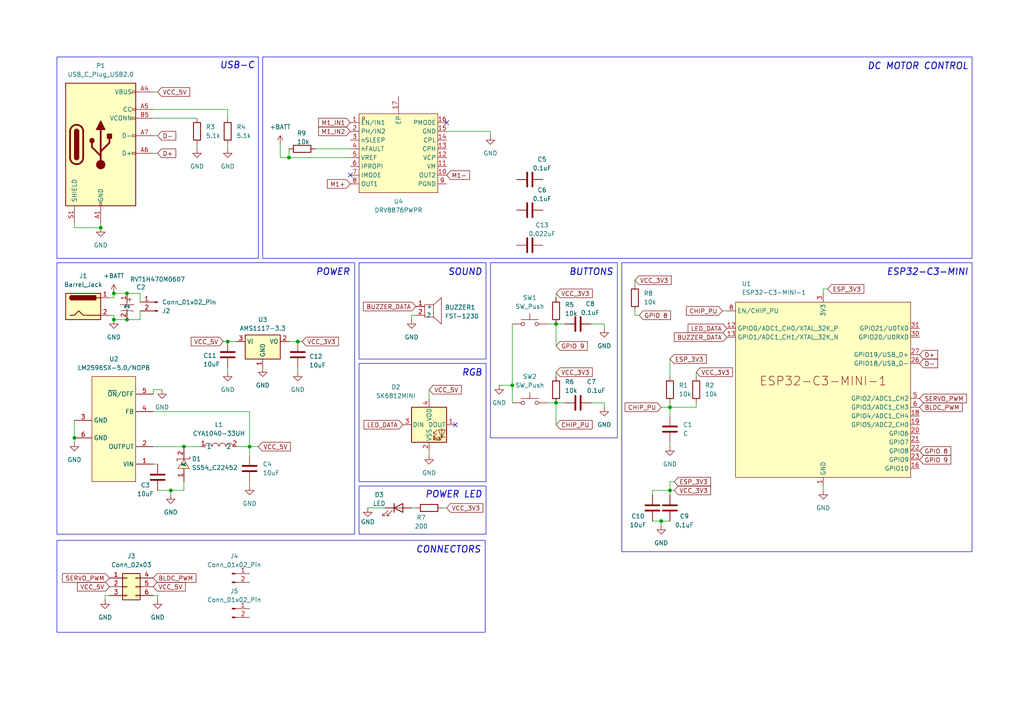
<source format=kicad_sch>
(kicad_sch (version 20250114) (generator "eeschema") (generator_version "9.0")
  (paper "A4")
  (title_block (title "CarKit") (date "2025-11-22") (rev "01") (company "Logan Peterson"))
  (lib_symbols
    (symbol "Connector:Barrel_Jack" (pin_names (offset 1.016))
      (property "Reference" "J" (at 0 5.334 0))
      (property "Value" "Barrel_Jack" (at 0 -5.08 0))
      (symbol "Barrel_Jack_0_1"
        (rectangle (start -5.08 3.81) (end 5.08 -3.81) (stroke (width 0.254)) (fill (type background)))
        (polyline (pts (xy -3.81 -2.54) (xy -2.54 -2.54) (xy -1.27 -1.27) (xy 0 -2.54) (xy 2.54 -2.54) (xy 5.08 -2.54)) (stroke (width 0.254)))
        (arc (start -3.302 1.905) (mid -3.9343 2.54) (end -3.302 3.175) (stroke (width 0.254)))
        (arc (start -3.302 1.905) (mid -3.9343 2.54) (end -3.302 3.175) (stroke (width 0.254)) (fill (type outline)))
        (rectangle (start 3.683 3.175) (end -3.302 1.905) (stroke (width 0.254)) (fill (type outline)))
        (polyline (pts (xy 5.08 2.54) (xy 3.81 2.54)) (stroke (width 0.254)))
      )
      (symbol "Barrel_Jack_1_1"
        (pin passive line (at 7.62 2.54 180) (length 2.54) (name "~") (number "1"))
        (pin passive line (at 7.62 -2.54 180) (length 2.54) (name "~") (number "2"))
      )
    )
    (symbol "Connector:Conn_01x02_Pin" (pin_names (offset 1.016) (hide yes))
      (property "Reference" "J" (at 0 2.54 0))
      (property "Value" "Conn_01x02_Pin" (at 0 -5.08 0))
      (symbol "Conn_01x02_Pin_1_1"
        (rectangle (start 0.8636 0.127) (end 0 -0.127) (stroke (width 0.1524)) (fill (type outline)))
        (rectangle (start 0.8636 -2.413) (end 0 -2.667) (stroke (width 0.1524)) (fill (type outline)))
        (polyline (pts (xy 1.27 0) (xy 0.8636 0)) (stroke (width 0.1524)))
        (polyline (pts (xy 1.27 -2.54) (xy 0.8636 -2.54)) (stroke (width 0.1524)))
        (pin passive line (at 5.08 0 180) (length 3.81) (name "Pin_1") (number "1"))
        (pin passive line (at 5.08 -2.54 180) (length 3.81) (name "Pin_2") (number "2"))
      )
    )
    (symbol "Connector:USB_C_Plug_USB2.0" (pin_names (offset 1.016))
      (property "Reference" "P" (at -10.16 19.05 0))
      (property "Value" "USB_C_Plug_USB2.0" (at 12.7 19.05 0))
      (symbol "USB_C_Plug_USB2.0_0_0"
        (rectangle (start -0.254 -17.78) (end 0.254 -16.764))
        (rectangle (start 10.16 15.494) (end 9.144 14.986))
        (rectangle (start 10.16 10.414) (end 9.144 9.906))
        (rectangle (start 10.16 7.874) (end 9.144 7.366))
        (rectangle (start 10.16 2.794) (end 9.144 2.286))
        (rectangle (start 10.16 -2.286) (end 9.144 -2.794))
      )
      (symbol "USB_C_Plug_USB2.0_0_1"
        (rectangle (start -10.16 17.78) (end 10.16 -17.78) (stroke (width 0.254)) (fill (type background)))
        (polyline (pts (xy -8.89 -3.81) (xy -8.89 3.81)) (stroke (width 0.508)))
        (rectangle (start -7.62 -3.81) (end -6.35 3.81) (stroke (width 0.254)) (fill (type outline)))
        (arc (start -7.62 3.81) (mid -6.985 4.4423) (end -6.35 3.81) (stroke (width 0.254)))
        (arc (start -7.62 3.81) (mid -6.985 4.4423) (end -6.35 3.81) (stroke (width 0.254)) (fill (type outline)))
        (arc (start -8.89 3.81) (mid -6.985 5.7067) (end -5.08 3.81) (stroke (width 0.508)))
        (arc (start -5.08 -3.81) (mid -6.985 -5.7067) (end -8.89 -3.81) (stroke (width 0.508)))
        (arc (start -6.35 -3.81) (mid -6.985 -4.4423) (end -7.62 -3.81) (stroke (width 0.254)))
        (arc (start -6.35 -3.81) (mid -6.985 -4.4423) (end -7.62 -3.81) (stroke (width 0.254)) (fill (type outline)))
        (polyline (pts (xy -5.08 3.81) (xy -5.08 -3.81)) (stroke (width 0.508)))
        (circle (center -2.54 1.143) (radius 0.635) (stroke (width 0.254)) (fill (type outline)))
        (polyline (pts (xy -1.27 4.318) (xy 0 6.858) (xy 1.27 4.318) (xy -1.27 4.318)) (stroke (width 0.254)) (fill (type outline)))
        (polyline (pts (xy 0 -2.032) (xy 2.54 0.508) (xy 2.54 1.778)) (stroke (width 0.508)))
        (polyline (pts (xy 0 -3.302) (xy -2.54 -0.762) (xy -2.54 0.508)) (stroke (width 0.508)))
        (polyline (pts (xy 0 -5.842) (xy 0 4.318)) (stroke (width 0.508)))
        (circle (center 0 -5.842) (radius 1.27) (fill (type outline)))
        (rectangle (start 1.905 1.778) (end 3.175 3.048) (stroke (width 0.254)) (fill (type outline)))
      )
      (symbol "USB_C_Plug_USB2.0_1_1"
        (pin passive line (at -7.62 -22.86 90) (length 5.08) (name "SHIELD") (number "S1"))
        (pin passive line (at 0 -22.86 90) (length 5.08) (name "GND") (number "A1"))
        (pin passive line (at 0 -22.86 90) (length 5.08) (hide yes) (name "GND") (number "A12"))
        (pin passive line (at 0 -22.86 90) (length 5.08) (hide yes) (name "GND") (number "B1"))
        (pin passive line (at 0 -22.86 90) (length 5.08) (hide yes) (name "GND") (number "B12"))
        (pin passive line (at 15.24 15.24 180) (length 5.08) (name "VBUS") (number "A4"))
        (pin passive line (at 15.24 15.24 180) (length 5.08) (hide yes) (name "VBUS") (number "A9"))
        (pin passive line (at 15.24 15.24 180) (length 5.08) (hide yes) (name "VBUS") (number "B4"))
        (pin passive line (at 15.24 15.24 180) (length 5.08) (hide yes) (name "VBUS") (number "B9"))
        (pin bidirectional line (at 15.24 10.16 180) (length 5.08) (name "CC") (number "A5"))
        (pin bidirectional line (at 15.24 7.62 180) (length 5.08) (name "VCONN") (number "B5"))
        (pin bidirectional line (at 15.24 2.54 180) (length 5.08) (name "D-") (number "A7"))
        (pin bidirectional line (at 15.24 -2.54 180) (length 5.08) (name "D+") (number "A6"))
      )
    )
    (symbol "Connector_Generic:Conn_02x03_Top_Bottom" (pin_names (offset 1.016) (hide yes))
      (property "Reference" "J" (at 1.27 5.08 0))
      (property "Value" "Conn_02x03_Top_Bottom" (at 1.27 -5.08 0))
      (symbol "Conn_02x03_Top_Bottom_1_1"
        (rectangle (start -1.27 3.81) (end 3.81 -3.81) (stroke (width 0.254)) (fill (type background)))
        (rectangle (start -1.27 2.667) (end 0 2.413) (stroke (width 0.1524)))
        (rectangle (start -1.27 0.127) (end 0 -0.127) (stroke (width 0.1524)))
        (rectangle (start -1.27 -2.413) (end 0 -2.667) (stroke (width 0.1524)))
        (rectangle (start 3.81 2.667) (end 2.54 2.413) (stroke (width 0.1524)))
        (rectangle (start 3.81 0.127) (end 2.54 -0.127) (stroke (width 0.1524)))
        (rectangle (start 3.81 -2.413) (end 2.54 -2.667) (stroke (width 0.1524)))
        (pin passive line (at -5.08 2.54 0) (length 3.81) (name "Pin_1") (number "1"))
        (pin passive line (at -5.08 0 0) (length 3.81) (name "Pin_2") (number "2"))
        (pin passive line (at -5.08 -2.54 0) (length 3.81) (name "Pin_3") (number "3"))
        (pin passive line (at 7.62 2.54 180) (length 3.81) (name "Pin_4") (number "4"))
        (pin passive line (at 7.62 0 180) (length 3.81) (name "Pin_5") (number "5"))
        (pin passive line (at 7.62 -2.54 180) (length 3.81) (name "Pin_6") (number "6"))
      )
    )
    (symbol "Device:C" (pin_numbers (hide yes)) (pin_names (offset 0.254))
      (property "Reference" "C" (at 0.635 2.54 0))
      (property "Value" "C" (at 0.635 -2.54 0))
      (symbol "C_0_1"
        (polyline (pts (xy -2.032 0.762) (xy 2.032 0.762)) (stroke (width 0.508)))
        (polyline (pts (xy -2.032 -0.762) (xy 2.032 -0.762)) (stroke (width 0.508)))
      )
      (symbol "C_1_1"
        (pin passive line (at 0 3.81 270) (length 2.794) (name "~") (number "1"))
        (pin passive line (at 0 -3.81 90) (length 2.794) (name "~") (number "2"))
      )
    )
    (symbol "Device:LED" (pin_numbers (hide yes)) (pin_names (offset 1.016) (hide yes))
      (property "Reference" "D" (at 0 2.54 0))
      (property "Value" "LED" (at 0 -2.54 0))
      (symbol "LED_0_1"
        (polyline (pts (xy -3.048 -0.762) (xy -4.572 -2.286) (xy -3.81 -2.286) (xy -4.572 -2.286) (xy -4.572 -1.524)))
        (polyline (pts (xy -1.778 -0.762) (xy -3.302 -2.286) (xy -2.54 -2.286) (xy -3.302 -2.286) (xy -3.302 -1.524)))
        (polyline (pts (xy -1.27 0) (xy 1.27 0)))
        (polyline (pts (xy -1.27 -1.27) (xy -1.27 1.27)) (stroke (width 0.254)))
        (polyline (pts (xy 1.27 -1.27) (xy 1.27 1.27) (xy -1.27 0) (xy 1.27 -1.27)) (stroke (width 0.254)))
      )
      (symbol "LED_1_1"
        (pin passive line (at -3.81 0 0) (length 2.54) (name "K") (number "1"))
        (pin passive line (at 3.81 0 180) (length 2.54) (name "A") (number "2"))
      )
    )
    (symbol "Device:R" (pin_numbers (hide yes)) (pin_names (offset 0))
      (property "Reference" "R" (at 2.032 0 90))
      (property "Value" "R" (at 0 0 90))
      (symbol "R_0_1"
        (rectangle (start -1.016 -2.54) (end 1.016 2.54) (stroke (width 0.254)))
      )
      (symbol "R_1_1"
        (pin passive line (at 0 3.81 270) (length 1.27) (name "~") (number "1"))
        (pin passive line (at 0 -3.81 90) (length 1.27) (name "~") (number "2"))
      )
    )
    (symbol "LED:SK6812MINI" (pin_names (offset 0.254))
      (property "Reference" "D" (at 5.08 5.715 0))
      (property "Value" "SK6812MINI" (at 1.27 -5.715 0))
      (symbol "SK6812MINI_0_0"
        (text "RGB" (at 2.286 -4.191 0) (effects (font (size 0.762 0.762))))
      )
      (symbol "SK6812MINI_0_1"
        (polyline (pts (xy 1.27 -2.54) (xy 1.778 -2.54)))
        (polyline (pts (xy 1.27 -3.556) (xy 1.778 -3.556)))
        (polyline (pts (xy 2.286 -1.524) (xy 1.27 -2.54) (xy 1.27 -2.032)))
        (polyline (pts (xy 2.286 -2.54) (xy 1.27 -3.556) (xy 1.27 -3.048)))
        (polyline (pts (xy 3.683 -1.016) (xy 3.683 -3.556) (xy 3.683 -4.064)))
        (polyline (pts (xy 4.699 -1.524) (xy 2.667 -1.524) (xy 3.683 -3.556) (xy 4.699 -1.524)))
        (polyline (pts (xy 4.699 -3.556) (xy 2.667 -3.556)))
        (rectangle (start 5.08 5.08) (end -5.08 -5.08) (stroke (width 0.254)) (fill (type background)))
      )
      (symbol "SK6812MINI_1_1"
        (pin input line (at -7.62 0 0) (length 2.54) (name "DIN") (number "3"))
        (pin power_in line (at 0 7.62 270) (length 2.54) (name "VDD") (number "4"))
        (pin power_in line (at 0 -7.62 90) (length 2.54) (name "VSS") (number "2"))
        (pin output line (at 7.62 0 180) (length 2.54) (name "DOUT") (number "1"))
      )
    )
    (symbol "PCM_Espressif:ESP32-C3-MINI-1"
      (property "Reference" "U" (at -25.4 30.48 0))
      (property "Value" "ESP32-C3-MINI-1" (at -25.4 27.94 0))
      (symbol "ESP32-C3-MINI-1_0_0"
        (text "ESP32-C3-MINI-1" (at 0 2.54 0) (effects (font (size 2.54 2.54))))
      )
      (symbol "ESP32-C3-MINI-1_0_1"
        (rectangle (start -25.4 25.4) (end 25.4 -25.4) (fill (type background)))
      )
      (symbol "ESP32-C3-MINI-1_1_1"
        (pin input line (at -27.94 22.86 0) (length 2.54) (name "EN/CHIP_PU") (number "8"))
        (pin bidirectional line (at -27.94 17.78 0) (length 2.54) (name "GPIO0/ADC1_CH0/XTAL_32K_P") (number "12"))
        (pin bidirectional line (at -27.94 15.24 0) (length 2.54) (name "GPIO1/ADC1_CH1/XTAL_32K_N") (number "13"))
        (pin no_connect line (at -25.4 10.16 0) (length 2.54) (hide yes) (name "NC") (number "4"))
        (pin no_connect line (at -25.4 7.62 0) (length 2.54) (hide yes) (name "NC") (number "7"))
        (pin no_connect line (at -25.4 5.08 0) (length 2.54) (hide yes) (name "NC") (number "9"))
        (pin no_connect line (at -25.4 2.54 0) (length 2.54) (hide yes) (name "NC") (number "10"))
        (pin no_connect line (at -25.4 0 0) (length 2.54) (hide yes) (name "NC") (number "15"))
        (pin no_connect line (at -25.4 -2.54 0) (length 2.54) (hide yes) (name "NC") (number "17"))
        (pin no_connect line (at -25.4 -5.08 0) (length 2.54) (hide yes) (name "NC") (number "24"))
        (pin no_connect line (at -25.4 -7.62 0) (length 2.54) (hide yes) (name "NC") (number "25"))
        (pin no_connect line (at -25.4 -10.16 0) (length 2.54) (hide yes) (name "NC") (number "28"))
        (pin no_connect line (at -25.4 -12.7 0) (length 2.54) (hide yes) (name "NC") (number "29"))
        (pin no_connect line (at -25.4 -15.24 0) (length 2.54) (hide yes) (name "NC") (number "32"))
        (pin no_connect line (at -25.4 -17.78 0) (length 2.54) (hide yes) (name "NC") (number "33"))
        (pin no_connect line (at -25.4 -20.32 0) (length 2.54) (hide yes) (name "NC") (number "34"))
        (pin no_connect line (at -25.4 -22.86 0) (length 2.54) (hide yes) (name "NC") (number "35"))
        (pin power_in line (at 0 27.94 270) (length 2.54) (name "3V3") (number "3"))
        (pin power_in line (at 0 -27.94 90) (length 2.54) (name "GND") (number "1"))
        (pin passive line (at 0 -27.94 90) (length 2.54) (hide yes) (name "GND") (number "11"))
        (pin passive line (at 0 -27.94 90) (length 2.54) (hide yes) (name "GND") (number "14"))
        (pin passive line (at 0 -27.94 90) (length 2.54) (hide yes) (name "GND") (number "2"))
        (pin passive line (at 0 -27.94 90) (length 2.54) (hide yes) (name "GND") (number "36"))
        (pin passive line (at 0 -27.94 90) (length 2.54) (hide yes) (name "GND") (number "37"))
        (pin passive line (at 0 -27.94 90) (length 2.54) (hide yes) (name "GND") (number "38"))
        (pin passive line (at 0 -27.94 90) (length 2.54) (hide yes) (name "GND") (number "39"))
        (pin passive line (at 0 -27.94 90) (length 2.54) (hide yes) (name "GND") (number "40"))
        (pin passive line (at 0 -27.94 90) (length 2.54) (hide yes) (name "GND") (number "41"))
        (pin passive line (at 0 -27.94 90) (length 2.54) (hide yes) (name "GND") (number "42"))
        (pin passive line (at 0 -27.94 90) (length 2.54) (hide yes) (name "GND") (number "43"))
        (pin passive line (at 0 -27.94 90) (length 2.54) (hide yes) (name "GND") (number "44"))
        (pin passive line (at 0 -27.94 90) (length 2.54) (hide yes) (name "GND") (number "45"))
        (pin passive line (at 0 -27.94 90) (length 2.54) (hide yes) (name "GND") (number "46"))
        (pin passive line (at 0 -27.94 90) (length 2.54) (hide yes) (name "GND") (number "47"))
        (pin passive line (at 0 -27.94 90) (length 2.54) (hide yes) (name "GND") (number "48"))
        (pin passive line (at 0 -27.94 90) (length 2.54) (hide yes) (name "GND") (number "49"))
        (pin passive line (at 0 -27.94 90) (length 2.54) (hide yes) (name "GND") (number "50"))
        (pin passive line (at 0 -27.94 90) (length 2.54) (hide yes) (name "GND") (number "51"))
        (pin passive line (at 0 -27.94 90) (length 2.54) (hide yes) (name "GND") (number "52"))
        (pin passive line (at 0 -27.94 90) (length 2.54) (hide yes) (name "GND") (number "53"))
        (pin bidirectional line (at 27.94 17.78 180) (length 2.54) (name "GPIO21/U0TXD") (number "31"))
        (pin bidirectional line (at 27.94 15.24 180) (length 2.54) (name "GPIO20/U0RXD") (number "30"))
        (pin bidirectional line (at 27.94 10.16 180) (length 2.54) (name "GPIO19/USB_D+") (number "27"))
        (pin bidirectional line (at 27.94 7.62 180) (length 2.54) (name "GPIO18/USB_D-") (number "26"))
        (pin bidirectional line (at 27.94 -2.54 180) (length 2.54) (name "GPIO2/ADC1_CH2") (number "5"))
        (pin bidirectional line (at 27.94 -5.08 180) (length 2.54) (name "GPIO3/ADC1_CH3") (number "6"))
        (pin bidirectional line (at 27.94 -7.62 180) (length 2.54) (name "GPIO4/ADC1_CH4") (number "18"))
        (pin bidirectional line (at 27.94 -10.16 180) (length 2.54) (name "GPIO5/ADC2_CH0") (number "19"))
        (pin bidirectional line (at 27.94 -12.7 180) (length 2.54) (name "GPIO6") (number "20"))
        (pin bidirectional line (at 27.94 -15.24 180) (length 2.54) (name "GPIO7") (number "21"))
        (pin bidirectional line (at 27.94 -17.78 180) (length 2.54) (name "GPIO8") (number "22"))
        (pin bidirectional line (at 27.94 -20.32 180) (length 2.54) (name "GPIO9") (number "23"))
        (pin bidirectional line (at 27.94 -22.86 180) (length 2.54) (name "GPIO10") (number "16"))
      )
    )
    (symbol "Regulator_Linear:AMS1117-3.3"
      (property "Reference" "U" (at -3.81 3.175 0))
      (property "Value" "AMS1117-3.3" (at 0 3.175 0))
      (symbol "AMS1117-3.3_0_1"
        (rectangle (start -5.08 -5.08) (end 5.08 1.905) (stroke (width 0.254)) (fill (type background)))
      )
      (symbol "AMS1117-3.3_1_1"
        (pin power_in line (at -7.62 0 0) (length 2.54) (name "VI") (number "3"))
        (pin power_in line (at 0 -7.62 90) (length 2.54) (name "GND") (number "1"))
        (pin power_out line (at 7.62 0 180) (length 2.54) (name "VO") (number "2"))
      )
    )
    (symbol "Switch:SW_Push" (pin_numbers (hide yes)) (pin_names (offset 1.016) (hide yes))
      (property "Reference" "SW" (at 1.27 2.54 0))
      (property "Value" "SW_Push" (at 0 -1.524 0))
      (symbol "SW_Push_0_1"
        (circle (center -2.032 0) (radius 0.508))
        (polyline (pts (xy 0 1.27) (xy 0 3.048)))
        (circle (center 2.032 0) (radius 0.508))
        (polyline (pts (xy 2.54 1.27) (xy -2.54 1.27)))
        (pin passive line (at -5.08 0 0) (length 2.54) (name "1") (number "1"))
        (pin passive line (at 5.08 0 180) (length 2.54) (name "2") (number "2"))
      )
    )
    (symbol "imported_components:CYA1040-33UH"
      (property "Reference" "L" (at 0 5.08 0))
      (property "Value" "CYA1040-33UH" (at 0 -5.08 0))
      (symbol "CYA1040-33UH_0_1"
        (arc (start -4.06 -0.01) (mid -2.83 0.99) (end -2.03 0.01))
        (arc (start -2.03 -0.01) (mid -0.8 0.99) (end 0 0.01))
        (arc (start 0 -0.01) (mid 1.23 0.99) (end 2.03 0.01))
        (arc (start 2.03 -0.01) (mid 3.26 0.99) (end 4.06 0.01))
        (pin unspecified line (at -5.08 0 0) (length 1.016) (name "1") (number "1"))
        (pin unspecified line (at 5.08 0 180) (length 1.016) (name "2") (number "2"))
      )
    )
    (symbol "imported_components:DRV8876PWPR"
      (property "Reference" "U" (at 0 21.59 0))
      (property "Value" "DRV8876PWPR" (at 0 -13.97 0))
      (symbol "DRV8876PWPR_0_1"
        (rectangle (start -11.43 11.43) (end 11.43 -11.43) (fill (type background)))
        (circle (center -10.16 10.16) (radius 0.38))
        (pin unspecified line (at -13.97 8.89 0) (length 2.54) (name "EN/IN1") (number "1"))
        (pin unspecified line (at -13.97 6.35 0) (length 2.54) (name "PH/IN2") (number "2"))
        (pin unspecified line (at -13.97 3.81 0) (length 2.54) (name "nSLEEP") (number "3"))
        (pin unspecified line (at -13.97 1.27 0) (length 2.54) (name "nFAULT") (number "4"))
        (pin unspecified line (at -13.97 -1.27 0) (length 2.54) (name "VREF") (number "5"))
        (pin unspecified line (at -13.97 -3.81 0) (length 2.54) (name "IPROPI") (number "6"))
        (pin unspecified line (at -13.97 -6.35 0) (length 2.54) (name "IMODE") (number "7"))
        (pin unspecified line (at -13.97 -8.89 0) (length 2.54) (name "OUT1") (number "8"))
        (pin unspecified line (at 0 16.51 270) (length 5.08) (name "EP") (number "17"))
        (pin unspecified line (at 13.97 8.89 180) (length 2.54) (name "PMODE") (number "16"))
        (pin unspecified line (at 13.97 6.35 180) (length 2.54) (name "GND") (number "15"))
        (pin unspecified line (at 13.97 3.81 180) (length 2.54) (name "CPL") (number "14"))
        (pin unspecified line (at 13.97 1.27 180) (length 2.54) (name "CPH") (number "13"))
        (pin unspecified line (at 13.97 -1.27 180) (length 2.54) (name "VCP") (number "12"))
        (pin unspecified line (at 13.97 -3.81 180) (length 2.54) (name "VM") (number "11"))
        (pin unspecified line (at 13.97 -6.35 180) (length 2.54) (name "OUT2") (number "10"))
        (pin unspecified line (at 13.97 -8.89 180) (length 2.54) (name "PGND") (number "9"))
      )
    )
    (symbol "imported_components:FST-1230"
      (property "Reference" "BUZZER" (at 0 7.62 0))
      (property "Value" "FST-1230" (at 0 -5.08 0))
      (symbol "FST-1230_0_1"
        (polyline (pts (xy 0 3.05) (xy 0 -0.51)))
        (polyline (pts (xy 0 3.05) (xy 2.54 3.05)))
        (polyline (pts (xy 0 -0.51) (xy 2.54 -0.51)))
        (polyline (pts (xy 2.54 3.05) (xy 2.54 -0.51)))
        (polyline (pts (xy 2.54 -0.51) (xy 4.83 -2.54)))
        (polyline (pts (xy 4.83 5.08) (xy 2.54 3.05)))
        (polyline (pts (xy 4.83 5.08) (xy 4.83 -2.54)))
        (pin unspecified line (at -2.54 2.54 0) (length 2.54) (name "+") (number "1"))
        (pin unspecified line (at -2.54 0 0) (length 2.54) (name "2") (number "2"))
      )
    )
    (symbol "imported_components:LM2596SX-5.0_NOPB"
      (property "Reference" "U" (at 0 15.24 0))
      (property "Value" "LM2596SX-5.0/NOPB" (at 0 -15.24 0))
      (symbol "LM2596SX-5.0_NOPB_0_1"
        (rectangle (start -6.35 15.24) (end 6.35 -15.24) (fill (type background)))
        (pin unspecified line (at -11.43 2.54 0) (length 5.08) (name "GND") (number "3"))
        (pin unspecified line (at -11.43 -2.54 0) (length 5.08) (name "GND") (number "6"))
        (pin unspecified line (at 11.43 10.16 180) (length 5.08) (name "~{ON}/OFF") (number "5"))
        (pin unspecified line (at 11.43 5.08 180) (length 5.08) (name "FB") (number "4"))
        (pin unspecified line (at 11.43 -5.08 180) (length 5.08) (name "OUTPUT") (number "2"))
        (pin unspecified line (at 11.43 -10.16 180) (length 5.08) (name "VIN") (number "1"))
      )
    )
    (symbol "imported_components:RVT1H470M0607"
      (property "Reference" "C" (at 0 5.08 0))
      (property "Value" "RVT1H470M0607" (at 0 -5.08 0))
      (symbol "RVT1H470M0607_0_1"
        (polyline (pts (xy -2.54 0.76) (xy -1.52 0.76)))
        (polyline (pts (xy -2.03 1.27) (xy -2.03 0.25)))
        (polyline (pts (xy -1.27 0) (xy -0.51 0)))
        (polyline (pts (xy -0.51 2.03) (xy -0.51 -2.03)))
        (polyline (pts (xy 0.51 0) (xy 1.27 0)))
        (arc (start 1.21 -1.83) (mid 1.1844 0.0627) (end 1.33 1.95))
        (pin input line (at -3.81 0 0) (length 2.54) (name "1") (number "1"))
        (pin input line (at 3.81 0 180) (length 2.54) (name "2") (number "2"))
      )
    )
    (symbol "imported_components:SS54_C22452"
      (property "Reference" "D" (at 0 5.08 0))
      (property "Value" "SS54_C22452" (at 0 -5.08 0))
      (symbol "SS54_C22452_0_1"
        (polyline (pts (xy -2.03 1.52) (xy -2.03 1.78) (xy -1.52 1.78) (xy -1.52 -2.03) (xy -1.02 -2.03) (xy -1.02 -1.78)))
        (polyline (pts (xy 1.27 1.52) (xy -1.27 0) (xy 1.27 -1.78) (xy 1.27 1.52)) (fill (type background)))
        (pin unspecified line (at -5.08 0 0) (length 3.81) (name "K") (number "2"))
        (pin unspecified line (at 5.08 0 180) (length 3.81) (name "A") (number "1"))
      )
    )
    (symbol "power:+BATT" (power) (pin_numbers (hide yes)) (pin_names (offset 0) (hide yes))
      (property "Value" "+BATT" (at 0 3.556 0))
      (symbol "+BATT_0_1"
        (polyline (pts (xy -0.762 1.27) (xy 0 2.54)))
        (polyline (pts (xy 0 2.54) (xy 0.762 1.27)))
        (polyline (pts (xy 0 0) (xy 0 2.54)))
      )
      (symbol "+BATT_1_1"
        (pin power_in line (at 0 0 90) (length 0) (name "~") (number "1"))
      )
    )
    (symbol "power:GND" (power) (pin_numbers (hide yes)) (pin_names (offset 0) (hide yes))
      (property "Value" "GND" (at 0 -3.81 0))
      (symbol "GND_0_1"
        (polyline (pts (xy 0 0) (xy 0 -1.27) (xy 1.27 -1.27) (xy 0 -2.54) (xy -1.27 -1.27) (xy 0 -1.27)))
      )
      (symbol "GND_1_1"
        (pin power_in line (at 0 0 270) (length 0) (name "~") (number "1"))
      )
    )
  )
  (rectangle (start 104.14 76.2) (end 140.97 104.14))
  (rectangle (start 142.24 76.2) (end 179.07 127))
  (rectangle (start 104.14 140.97) (end 140.97 154.94))
  (rectangle (start 16.51 76.2) (end 102.87 154.94))
  (rectangle (start 104.14 105.41) (end 140.97 139.7))
  (rectangle (start 16.51 16.51) (end 74.93 74.93))
  (rectangle (start 16.51 156.718) (end 140.716 183.388))
  (rectangle (start 180.34 76.2) (end 281.94 160.02))
  (rectangle (start 76.2 16.51) (end 281.94 74.93))
  (text "POWER\n" (at 96.52 78.994 0) (effects (font (size 1.905 1.905) (thickness 0.254) (bold yes) (italic yes))))
  (text "CONNECTORS" (at 130.048 159.512 0) (effects (font (size 1.905 1.905) (thickness 0.254) (bold yes) (italic yes))))
  (text "BUTTONS" (at 171.45 78.994 0) (effects (font (size 1.905 1.905) (thickness 0.254) (bold yes) (italic yes))))
  (text "USB-C" (at 68.834 19.05 0) (effects (font (size 1.905 1.905) (thickness 0.254) (bold yes) (italic yes))))
  (text "ESP32-C3-MINI" (at 268.986 78.994 0) (effects (font (size 1.905 1.905) (thickness 0.254) (bold yes) (italic yes))))
  (text "POWER LED" (at 131.572 143.51 0) (effects (font (size 1.905 1.905) (thickness 0.254) (bold yes) (italic yes))))
  (text "RGB" (at 136.906 108.204 0) (effects (font (size 1.905 1.905) (thickness 0.254) (bold yes) (italic yes))))
  (text "DC MOTOR CONTROL" (at 266.192 19.304 0) (effects (font (size 1.905 1.905) (thickness 0.254) (bold yes) (italic yes))))
  (text "SOUND\n" (at 134.874 78.994 0) (effects (font (size 1.905 1.905) (thickness 0.254) (bold yes) (italic yes))))
  (junction (at 33.02 92.71))
  (junction (at 86.36 99.06))
  (junction (at 53.34 129.54))
  (junction (at 66.04 99.06))
  (junction (at 36.83 85.09))
  (junction (at 29.21 66.04))
  (junction (at 194.31 118.11))
  (junction (at 148.59 111.76))
  (junction (at 161.29 116.84))
  (junction (at 36.83 92.71))
  (junction (at 49.53 142.24))
  (junction (at 21.59 127))
  (junction (at 33.02 85.09))
  (junction (at 72.39 129.54))
  (junction (at 83.82 45.72))
  (junction (at 191.77 151.13))
  (junction (at 194.31 142.24))
  (junction (at 161.29 93.98))
  (no_connect (at 129.54 35.56))
  (no_connect (at 132.08 123.19))
  (no_connect (at 101.6 50.8))
  (wire (pts (xy 194.31 118.11) (xy 201.93 118.11)))
  (wire (pts (xy 33.02 85.09) (xy 36.83 85.09)))
  (wire (pts (xy 163.83 93.98) (xy 161.29 93.98)))
  (wire (pts (xy 66.04 43.18) (xy 66.04 41.91)))
  (wire (pts (xy 66.04 99.06) (xy 68.58 99.06)))
  (wire (pts (xy 31.75 86.36) (xy 33.02 86.36)))
  (wire (pts (xy 129.54 38.1) (xy 142.24 38.1)))
  (wire (pts (xy 194.31 118.11) (xy 194.31 120.65)))
  (wire (pts (xy 66.04 31.75) (xy 44.45 31.75)))
  (wire (pts (xy 44.45 129.54) (xy 53.34 129.54)))
  (wire (pts (xy 184.15 91.44) (xy 185.42 91.44)))
  (wire (pts (xy 191.77 118.11) (xy 194.31 118.11)))
  (wire (pts (xy 83.82 45.72) (xy 101.6 45.72)))
  (wire (pts (xy 158.75 93.98) (xy 161.29 93.98)))
  (wire (pts (xy 44.45 172.72) (xy 45.72 172.72)))
  (wire (pts (xy 184.15 91.44) (xy 184.15 90.17)))
  (wire (pts (xy 161.29 85.09) (xy 161.29 86.36)))
  (wire (pts (xy 148.59 111.76) (xy 148.59 116.84)))
  (wire (pts (xy 21.59 127) (xy 21.59 128.27)))
  (wire (pts (xy 175.26 118.11) (xy 175.26 116.84)))
  (wire (pts (xy 31.75 172.72) (xy 30.48 172.72)))
  (wire (pts (xy 44.45 134.62) (xy 45.72 134.62)))
  (wire (pts (xy 175.26 116.84) (xy 171.45 116.84)))
  (wire (pts (xy 189.23 151.13) (xy 191.77 151.13)))
  (wire (pts (xy 171.45 93.98) (xy 175.26 93.98)))
  (wire (pts (xy 194.31 139.7) (xy 194.31 142.24)))
  (wire (pts (xy 33.02 86.36) (xy 33.02 85.09)))
  (wire (pts (xy 142.24 38.1) (xy 142.24 39.37)))
  (wire (pts (xy 238.76 83.82) (xy 238.76 85.09)))
  (wire (pts (xy 201.93 118.11) (xy 201.93 116.84)))
  (wire (pts (xy 106.68 147.32) (xy 111.76 147.32)))
  (wire (pts (xy 184.15 81.28) (xy 184.15 82.55)))
  (wire (pts (xy 124.46 113.03) (xy 124.46 115.57)))
  (wire (pts (xy 33.02 91.44) (xy 31.75 91.44)))
  (wire (pts (xy 194.31 129.54) (xy 194.31 128.27)))
  (wire (pts (xy 119.38 92.71) (xy 119.38 91.44)))
  (wire (pts (xy 194.31 142.24) (xy 195.58 142.24)))
  (wire (pts (xy 86.36 107.95) (xy 86.36 106.68)))
  (wire (pts (xy 57.15 43.18) (xy 57.15 41.91)))
  (wire (pts (xy 161.29 93.98) (xy 161.29 100.33)))
  (wire (pts (xy 64.77 99.06) (xy 66.04 99.06)))
  (wire (pts (xy 44.45 119.38) (xy 72.39 119.38)))
  (wire (pts (xy 189.23 142.24) (xy 189.23 143.51)))
  (wire (pts (xy 45.72 39.37) (xy 44.45 39.37)))
  (wire (pts (xy 238.76 83.82) (xy 240.03 83.82)))
  (wire (pts (xy 36.83 85.09) (xy 40.64 85.09)))
  (wire (pts (xy 29.21 66.04) (xy 29.21 64.77)))
  (wire (pts (xy 91.44 43.18) (xy 101.6 43.18)))
  (wire (pts (xy 238.76 142.24) (xy 238.76 140.97)))
  (wire (pts (xy 161.29 107.95) (xy 161.29 109.22)))
  (wire (pts (xy 21.59 121.92) (xy 21.59 127)))
  (wire (pts (xy 87.63 99.06) (xy 86.36 99.06)))
  (wire (pts (xy 175.26 93.98) (xy 175.26 95.25)))
  (wire (pts (xy 44.45 34.29) (xy 57.15 34.29)))
  (wire (pts (xy 81.28 45.72) (xy 83.82 45.72)))
  (wire (pts (xy 33.02 92.71) (xy 36.83 92.71)))
  (wire (pts (xy 21.59 66.04) (xy 29.21 66.04)))
  (wire (pts (xy 191.77 151.13) (xy 194.31 151.13)))
  (wire (pts (xy 40.64 90.17) (xy 40.64 92.71)))
  (wire (pts (xy 148.59 93.98) (xy 148.59 111.76)))
  (wire (pts (xy 81.28 41.91) (xy 81.28 45.72)))
  (wire (pts (xy 44.45 113.03) (xy 46.99 113.03)))
  (wire (pts (xy 53.34 139.7) (xy 53.34 142.24)))
  (wire (pts (xy 21.59 64.77) (xy 21.59 66.04)))
  (wire (pts (xy 201.93 107.95) (xy 201.93 109.22)))
  (wire (pts (xy 83.82 99.06) (xy 86.36 99.06)))
  (wire (pts (xy 45.72 44.45) (xy 44.45 44.45)))
  (wire (pts (xy 40.64 92.71) (xy 36.83 92.71)))
  (wire (pts (xy 124.46 132.08) (xy 124.46 130.81)))
  (wire (pts (xy 45.72 142.24) (xy 49.53 142.24)))
  (wire (pts (xy 49.53 143.51) (xy 49.53 142.24)))
  (wire (pts (xy 195.58 139.7) (xy 194.31 139.7)))
  (wire (pts (xy 45.72 172.72) (xy 45.72 173.99)))
  (wire (pts (xy 66.04 34.29) (xy 66.04 31.75)))
  (wire (pts (xy 33.02 91.44) (xy 33.02 92.71)))
  (wire (pts (xy 66.04 106.68) (xy 66.04 107.95)))
  (wire (pts (xy 72.39 132.08) (xy 72.39 129.54)))
  (wire (pts (xy 163.83 116.84) (xy 161.29 116.84)))
  (wire (pts (xy 83.82 43.18) (xy 83.82 45.72)))
  (wire (pts (xy 158.75 116.84) (xy 161.29 116.84)))
  (wire (pts (xy 53.34 129.54) (xy 58.42 129.54)))
  (wire (pts (xy 194.31 104.14) (xy 194.31 109.22)))
  (wire (pts (xy 44.45 113.03) (xy 44.45 114.3)))
  (wire (pts (xy 194.31 143.51) (xy 194.31 142.24)))
  (wire (pts (xy 72.39 140.97) (xy 72.39 139.7)))
  (wire (pts (xy 72.39 129.54) (xy 74.93 129.54)))
  (wire (pts (xy 144.78 111.76) (xy 148.59 111.76)))
  (wire (pts (xy 40.64 85.09) (xy 40.64 87.63)))
  (wire (pts (xy 161.29 123.19) (xy 161.29 116.84)))
  (wire (pts (xy 45.72 26.67) (xy 44.45 26.67)))
  (wire (pts (xy 72.39 119.38) (xy 72.39 129.54)))
  (wire (pts (xy 68.58 129.54) (xy 72.39 129.54)))
  (wire (pts (xy 194.31 116.84) (xy 194.31 118.11)))
  (wire (pts (xy 189.23 142.24) (xy 194.31 142.24)))
  (wire (pts (xy 30.48 172.72) (xy 30.48 173.99)))
  (wire (pts (xy 191.77 151.13) (xy 191.77 152.4)))
  (wire (pts (xy 120.65 147.32) (xy 119.38 147.32)))
  (wire (pts (xy 119.38 91.44) (xy 120.65 91.44)))
  (wire (pts (xy 209.55 90.17) (xy 210.82 90.17)))
  (wire (pts (xy 128.27 147.32) (xy 129.54 147.32)))
  (wire (pts (xy 49.53 142.24) (xy 53.34 142.24)))
  (global_label "BLDC_PWM" (shape input) (at 266.7 118.11 0) (property "Intersheetrefs" "${INTERSHEET_REFS}" (effects (hide yes))))
  (global_label "CHIP_PU" (shape input) (at 161.29 123.19 0) (property "Intersheetrefs" "${INTERSHEET_REFS}" (effects (hide yes))))
  (global_label "VCC_5V" (shape input) (at 45.72 26.67 0) (property "Intersheetrefs" "${INTERSHEET_REFS}" (effects (hide yes))))
  (global_label "ESP_3V3" (shape input) (at 240.03 83.82 0) (property "Intersheetrefs" "${INTERSHEET_REFS}" (effects (hide yes))))
  (global_label "BLDC_PWM" (shape input) (at 44.45 167.64 0) (property "Intersheetrefs" "${INTERSHEET_REFS}" (effects (hide yes))))
  (global_label "VCC_5V" (shape input) (at 74.93 129.54 0) (property "Intersheetrefs" "${INTERSHEET_REFS}" (effects (hide yes))))
  (global_label "VCC_3V3" (shape input) (at 87.63 99.06 0) (property "Intersheetrefs" "${INTERSHEET_REFS}" (effects (hide yes))))
  (global_label "VCC_3V3" (shape input) (at 161.29 107.95 0) (property "Intersheetrefs" "${INTERSHEET_REFS}" (effects (hide yes))))
  (global_label "VCC_5V" (shape input) (at 44.45 170.18 0) (property "Intersheetrefs" "${INTERSHEET_REFS}" (effects (hide yes))))
  (global_label "D+" (shape input) (at 45.72 44.45 0) (property "Intersheetrefs" "${INTERSHEET_REFS}" (effects (hide yes))))
  (global_label "VCC_5V" (shape input) (at 64.77 99.06 180) (property "Intersheetrefs" "${INTERSHEET_REFS}" (effects (hide yes))))
  (global_label "LED_DATA" (shape input) (at 210.82 95.25 180) (property "Intersheetrefs" "${INTERSHEET_REFS}" (effects (hide yes))))
  (global_label "LED_DATA" (shape input) (at 116.84 123.19 180) (property "Intersheetrefs" "${INTERSHEET_REFS}" (effects (hide yes))))
  (global_label "VCC_5V" (shape input) (at 31.75 170.18 180) (property "Intersheetrefs" "${INTERSHEET_REFS}" (effects (hide yes))))
  (global_label "D+" (shape input) (at 266.7 102.87 0) (property "Intersheetrefs" "${INTERSHEET_REFS}" (effects (hide yes))))
  (global_label "SERVO_PWM" (shape input) (at 31.75 167.64 180) (property "Intersheetrefs" "${INTERSHEET_REFS}" (effects (hide yes))))
  (global_label "M1+" (shape input) (at 101.6 53.34 180) (property "Intersheetrefs" "${INTERSHEET_REFS}" (effects (hide yes))))
  (global_label "GPIO 9" (shape input) (at 266.7 133.35 0) (property "Intersheetrefs" "${INTERSHEET_REFS}" (effects (hide yes))))
  (global_label "VCC_5V" (shape input) (at 124.46 113.03 0) (property "Intersheetrefs" "${INTERSHEET_REFS}" (effects (hide yes))))
  (global_label "ESP_3V3" (shape input) (at 194.31 104.14 0) (property "Intersheetrefs" "${INTERSHEET_REFS}" (effects (hide yes))))
  (global_label "D-" (shape input) (at 45.72 39.37 0) (property "Intersheetrefs" "${INTERSHEET_REFS}" (effects (hide yes))))
  (global_label "M1_IN2" (shape input) (at 101.6 38.1 180) (property "Intersheetrefs" "${INTERSHEET_REFS}" (effects (hide yes))))
  (global_label "GPIO 8" (shape input) (at 266.7 130.81 0) (property "Intersheetrefs" "${INTERSHEET_REFS}" (effects (hide yes))))
  (global_label "SERVO_PWM" (shape input) (at 266.7 115.57 0) (property "Intersheetrefs" "${INTERSHEET_REFS}" (effects (hide yes))))
  (global_label "BUZZER_DATA" (shape input) (at 120.65 88.9 180) (property "Intersheetrefs" "${INTERSHEET_REFS}" (effects (hide yes))))
  (global_label "M1-" (shape input) (at 129.54 50.8 0) (property "Intersheetrefs" "${INTERSHEET_REFS}" (effects (hide yes))))
  (global_label "BUZZER_DATA" (shape input) (at 210.82 97.79 180) (property "Intersheetrefs" "${INTERSHEET_REFS}" (effects (hide yes))))
  (global_label "VCC_3V3" (shape input) (at 201.93 107.95 0) (property "Intersheetrefs" "${INTERSHEET_REFS}" (effects (hide yes))))
  (global_label "VCC_3V3" (shape input) (at 161.29 85.09 0) (property "Intersheetrefs" "${INTERSHEET_REFS}" (effects (hide yes))))
  (global_label "VCC_3V3" (shape input) (at 195.58 142.24 0) (property "Intersheetrefs" "${INTERSHEET_REFS}" (effects (hide yes))))
  (global_label "VCC_3V3" (shape input) (at 184.15 81.28 0) (property "Intersheetrefs" "${INTERSHEET_REFS}" (effects (hide yes))))
  (global_label "CHIP_PU" (shape input) (at 209.55 90.17 180) (property "Intersheetrefs" "${INTERSHEET_REFS}" (effects (hide yes))))
  (global_label "GPIO 9" (shape input) (at 161.29 100.33 0) (property "Intersheetrefs" "${INTERSHEET_REFS}" (effects (hide yes))))
  (global_label "M1_IN1" (shape input) (at 101.6 35.56 180) (property "Intersheetrefs" "${INTERSHEET_REFS}" (effects (hide yes))))
  (global_label "GPIO 8" (shape input) (at 185.42 91.44 0) (property "Intersheetrefs" "${INTERSHEET_REFS}" (effects (hide yes))))
  (global_label "D-" (shape input) (at 266.7 105.41 0) (property "Intersheetrefs" "${INTERSHEET_REFS}" (effects (hide yes))))
  (global_label "VCC_3V3" (shape input) (at 129.54 147.32 0) (property "Intersheetrefs" "${INTERSHEET_REFS}" (effects (hide yes))))
  (global_label "ESP_3V3" (shape input) (at 195.58 139.7 0) (property "Intersheetrefs" "${INTERSHEET_REFS}" (effects (hide yes))))
  (global_label "CHIP_PU" (shape input) (at 191.77 118.11 180) (property "Intersheetrefs" "${INTERSHEET_REFS}" (effects (hide yes))))
  (symbol (lib_id "Device:R") (at 184.15 86.36 0) (unit 1)
    (property "Reference" "R8" (at 186.69 85.0899 0) (effects (justify left)))
    (property "Value" "10k" (at 186.69 87.6299 0) (effects (justify left)))
    (property "Description" "Resistor" (effects (hide yes)))
  )
  (symbol (lib_id "Device:R") (at 124.46 147.32 270) (mirror x) (unit 1)
    (property "Reference" "R7" (at 122.174 150.114 90))
    (property "Value" "200" (at 122.174 152.654 90))
    (property "Description" "Resistor" (effects (hide yes)))
  )
  (symbol (lib_id "Regulator_Linear:AMS1117-3.3") (at 76.2 99.06 0) (unit 1)
    (property "Reference" "U3" (at 76.2 92.71 0))
    (property "Value" "AMS1117-3.3" (at 76.2 95.25 0))
    (property "Footprint" "Package_TO_SOT_SMD:SOT-223-3_TabPin2" (effects (hide yes)))
    (property "Datasheet" "http://www.advanced-monolithic.com/pdf/ds1117.pdf" (effects (hide yes)))
    (property "Description" "1A Low Dropout regulator, positive, 3.3V fixed output, SOT-223" (effects (hide yes)))
  )
  (symbol (lib_id "Device:C") (at 167.64 93.98 270) (unit 1)
    (property "Reference" "C8" (at 171.196 88.138 90))
    (property "Value" "0.1uF" (at 171.196 90.678 90))
    (property "Description" "Unpolarized capacitor" (effects (hide yes)))
  )
  (symbol (lib_id "imported_components:LM2596SX-5.0_NOPB") (at 33.02 124.46 0) (unit 1)
    (property "Reference" "U2" (at 33.02 104.14 0))
    (property "Value" "LM2596SX-5.0/NOPB" (at 33.02 106.68 0))
    (property "Footprint" "imported_components:TO-263-5_L10.2-W8.9-P1.70-TL" (effects (hide yes)))
    (property "Datasheet" "https://lcsc.com/product-detail/DC-DC-Converters_TI_LM2596SX-5-0-NOPB_LM2596SX-5-0-NOPB_C10002.html" (effects (hide yes)))
    (property "LCSC Part" "C10002" (effects (hide yes)))
  )
  (symbol (lib_id "power:GND") (at 66.04 43.18 0) (unit 1)
    (property "Reference" "#PWR05" (effects (hide yes)))
    (property "Value" "GND" (at 66.04 48.26 0))
    (property "Description" "Power symbol creates a global label with name \"GND\" , ground" (effects (hide yes)))
  )
  (symbol (lib_id "Device:C") (at 153.67 60.96 270) (unit 1)
    (property "Reference" "C6" (at 157.226 55.118 90))
    (property "Value" "0.1uF" (at 157.226 57.658 90))
    (property "Description" "Unpolarized capacitor" (effects (hide yes)))
  )
  (symbol (lib_id "power:GND") (at 33.02 92.71 0) (unit 1)
    (property "Reference" "#PWR06" (effects (hide yes)))
    (property "Value" "GND" (at 33.02 97.79 0))
    (property "Description" "Power symbol creates a global label with name \"GND\" , ground" (effects (hide yes)))
  )
  (symbol (lib_id "power:GND") (at 194.31 129.54 0) (unit 1)
    (property "Reference" "#PWR02" (effects (hide yes)))
    (property "Value" "GND" (at 194.31 134.62 0))
    (property "Description" "Power symbol creates a global label with name \"GND\" , ground" (effects (hide yes)))
  )
  (symbol (lib_id "Device:C") (at 72.39 135.89 0) (unit 1)
    (property "Reference" "C4" (at 76.2 134.6199 0) (effects (justify left)))
    (property "Value" "10uF" (at 76.2 137.1599 0) (effects (justify left)))
    (property "Description" "Unpolarized capacitor" (effects (hide yes)))
  )
  (symbol (lib_id "power:GND") (at 57.15 43.18 0) (unit 1)
    (property "Reference" "#PWR04" (effects (hide yes)))
    (property "Value" "GND" (at 57.15 48.26 0))
    (property "Description" "Power symbol creates a global label with name \"GND\" , ground" (effects (hide yes)))
  )
  (symbol (lib_id "Device:C") (at 194.31 124.46 0) (unit 1)
    (property "Reference" "C1" (at 198.12 123.1899 0) (effects (justify left)))
    (property "Value" "C" (at 198.12 125.7299 0) (effects (justify left)))
    (property "Description" "Unpolarized capacitor" (effects (hide yes)))
  )
  (symbol (lib_id "power:GND") (at 142.24 39.37 0) (unit 1)
    (property "Reference" "#PWR014" (effects (hide yes)))
    (property "Value" "GND" (at 142.24 44.45 0))
    (property "Description" "Power symbol creates a global label with name \"GND\" , ground" (effects (hide yes)))
  )
  (symbol (lib_id "Device:C") (at 153.67 71.12 270) (unit 1)
    (property "Reference" "C13" (at 157.226 65.278 90))
    (property "Value" "0.022uF" (at 157.226 67.818 90))
    (property "Description" "Unpolarized capacitor" (effects (hide yes)))
  )
  (symbol (lib_id "Switch:SW_Push") (at 153.67 93.98 0) (unit 1)
    (property "Reference" "SW1" (at 153.67 86.36 0))
    (property "Value" "SW_Push" (at 153.67 88.9 0))
    (property "Description" "Push button switch, generic, two pins" (effects (hide yes)))
  )
  (symbol (lib_id "Device:C") (at 194.31 147.32 180) (unit 1)
    (property "Reference" "C9" (at 198.501 149.733 0))
    (property "Value" "0.1uF" (at 198.501 152.273 0))
    (property "Description" "Unpolarized capacitor" (effects (hide yes)))
  )
  (symbol (lib_id "power:GND") (at 45.72 173.99 0) (unit 1)
    (property "Reference" "#PWR013" (effects (hide yes)))
    (property "Value" "GND" (at 45.72 179.07 0))
    (property "Description" "Power symbol creates a global label with name \"GND\" , ground" (effects (hide yes)))
  )
  (symbol (lib_id "power:+BATT") (at 33.02 85.09 0) (unit 1)
    (property "Reference" "#PWR07" (effects (hide yes)))
    (property "Value" "+BATT" (at 33.02 80.01 0))
    (property "Description" "Power symbol creates a global label with name \"+BATT\"" (effects (hide yes)))
  )
  (symbol (lib_id "Device:R") (at 57.15 38.1 0) (unit 1)
    (property "Reference" "R3" (at 59.69 36.8299 0) (effects (justify left)))
    (property "Value" "5.1k" (at 59.69 39.3699 0) (effects (justify left)))
    (property "Description" "Resistor" (effects (hide yes)))
  )
  (symbol (lib_id "Device:R") (at 194.31 113.03 0) (unit 1)
    (property "Reference" "R1" (at 196.85 111.7599 0) (effects (justify left)))
    (property "Value" "10k" (at 196.85 114.2999 0) (effects (justify left)))
    (property "Description" "Resistor" (effects (hide yes)))
  )
  (symbol (lib_id "LED:SK6812MINI") (at 124.46 123.19 0) (unit 1)
    (property "Reference" "D2" (at 114.808 112.268 0))
    (property "Value" "SK6812MINI" (at 114.808 114.808 0))
    (property "Footprint" "LED_SMD:LED_SK6812MINI_PLCC4_3.5x3.5mm_P1.75mm" (effects (hide yes)))
    (property "Datasheet" "https://cdn-shop.adafruit.com/product-files/2686/SK6812MINI_REV.01-1-2.pdf" (effects (hide yes)))
    (property "Description" "RGB LED with integrated controller" (effects (hide yes)))
  )
  (symbol (lib_id "power:GND") (at 191.77 152.4 0) (unit 1)
    (property "Reference" "#PWR021" (effects (hide yes)))
    (property "Value" "GND" (at 191.77 157.48 0))
    (property "Description" "Power symbol creates a global label with name \"GND\" , ground" (effects (hide yes)))
  )
  (symbol (lib_id "imported_components:CYA1040-33UH") (at 63.5 129.54 0) (unit 1)
    (property "Reference" "L1" (at 63.5 123.19 0))
    (property "Value" "CYA1040-33UH" (at 63.5 125.73 0))
    (property "Footprint" "imported_components:IND-SMD_L11.6-W10.1" (effects (hide yes)))
    (property "LCSC Part" "C6364680" (effects (hide yes)))
  )
  (symbol (lib_id "Device:LED") (at 115.57 147.32 0) (unit 1)
    (property "Reference" "D3" (at 109.982 143.51 0))
    (property "Value" "LED" (at 109.982 146.05 0))
    (property "Description" "Light emitting diode" (effects (hide yes)))
    (property "Sim.Pins" "1=K 2=A" (effects (hide yes)))
  )
  (symbol (lib_id "Device:C") (at 86.36 102.87 0) (unit 1)
    (property "Reference" "C12" (at 89.662 103.378 0) (effects (justify left)))
    (property "Value" "10uF" (at 89.662 105.918 0) (effects (justify left)))
    (property "Description" "Unpolarized capacitor" (effects (hide yes)))
  )
  (symbol (lib_id "imported_components:FST-1230") (at 123.19 91.44 0) (unit 1)
    (property "Reference" "BUZZER1" (at 129.032 89.154 0) (effects (justify left)))
    (property "Value" "FST-1230" (at 129.032 91.694 0) (effects (justify left)))
    (property "Footprint" "imported_components:BUZ-SMD_L12.0-W12.0_FUET-1230" (effects (hide yes)))
    (property "Datasheet" "https://lcsc.com/product-detail/Buzzers_FST-FST-1230_C391037.html" (effects (hide yes)))
    (property "LCSC Part" "C391037" (effects (hide yes)))
  )
  (symbol (lib_id "Device:R") (at 161.29 90.17 0) (unit 1)
    (property "Reference" "R5" (at 163.83 88.392 0) (effects (justify left)))
    (property "Value" "10k" (at 163.83 90.932 0) (effects (justify left)))
    (property "Description" "Resistor" (effects (hide yes)))
  )
  (symbol (lib_id "Switch:SW_Push") (at 153.67 116.84 0) (unit 1)
    (property "Reference" "SW2" (at 153.67 109.22 0))
    (property "Value" "SW_Push" (at 153.67 111.76 0))
    (property "Description" "Push button switch, generic, two pins" (effects (hide yes)))
  )
  (symbol (lib_id "imported_components:SS54_C22452") (at 53.34 134.62 270) (unit 1)
    (property "Reference" "D1" (at 55.626 133.096 90) (effects (justify left)))
    (property "Value" "SS54_C22452" (at 55.626 135.636 90) (effects (justify left)))
    (property "Footprint" "imported_components:SMA_L4.4-W2.8-LS5.4-R-RD" (effects (hide yes)))
    (property "Datasheet" "https://lcsc.com/product-detail/Schottky-Barrier-Diodes-SBD_SS54_C22452.html" (effects (hide yes)))
    (property "LCSC Part" "C22452" (effects (hide yes)))
  )
  (symbol (lib_id "power:GND") (at 66.04 107.95 0) (unit 1)
    (property "Reference" "#PWR023" (effects (hide yes)))
    (property "Value" "GND" (at 66.04 113.03 0))
    (property "Description" "Power symbol creates a global label with name \"GND\" , ground" (effects (hide yes)))
  )
  (symbol (lib_id "power:GND") (at 175.26 95.25 0) (unit 1)
    (property "Reference" "#PWR019" (effects (hide yes)))
    (property "Value" "GND" (at 175.26 100.33 0))
    (property "Description" "Power symbol creates a global label with name \"GND\" , ground" (effects (hide yes)))
  )
  (symbol (lib_id "Connector:Barrel_Jack") (at 24.13 88.9 0) (unit 1)
    (property "Reference" "J1" (at 24.13 80.01 0))
    (property "Value" "Barrel_Jack" (at 24.13 82.55 0))
    (property "Description" "DC Barrel Jack" (effects (hide yes)))
  )
  (symbol (lib_id "power:GND") (at 238.76 142.24 0) (unit 1)
    (property "Reference" "#PWR01" (effects (hide yes)))
    (property "Value" "GND" (at 238.76 147.32 0))
    (property "Description" "Power symbol creates a global label with name \"GND\" , ground" (effects (hide yes)))
  )
  (symbol (lib_id "power:GND") (at 76.2 106.68 0) (unit 1)
    (property "Reference" "#PWR022" (effects (hide yes)))
    (property "Value" "GND" (at 76.2 111.76 0))
    (property "Description" "Power symbol creates a global label with name \"GND\" , ground" (effects (hide yes)))
  )
  (symbol (lib_id "Connector:Conn_01x02_Pin") (at 67.31 166.37 0) (unit 1)
    (property "Reference" "J4" (at 67.945 161.29 0))
    (property "Value" "Conn_01x02_Pin" (at 67.945 163.83 0))
    (property "Description" "Generic connector, single row, 01x02, script generated" (effects (hide yes)))
  )
  (symbol (lib_id "Connector_Generic:Conn_02x03_Top_Bottom") (at 36.83 170.18 0) (unit 1)
    (property "Reference" "J3" (at 38.1 161.29 0))
    (property "Value" "Conn_02x03" (at 38.1 163.83 0))
    (property "Description" "Generic connector, double row, 02x03, top/bottom pin numbering scheme (row 1: 1...pins_per_row, row2: pins_per_row+1 ... num_pins), script generated (kicad-library-utils/schlib/autogen/connector/)" (effects (hide yes)))
  )
  (symbol (lib_id "power:GND") (at 124.46 132.08 0) (unit 1)
    (property "Reference" "#PWR016" (effects (hide yes)))
    (property "Value" "GND" (at 124.46 137.16 0))
    (property "Description" "Power symbol creates a global label with name \"GND\" , ground" (effects (hide yes)))
  )
  (symbol (lib_id "power:GND") (at 21.59 128.27 0) (unit 1)
    (property "Reference" "#PWR08" (effects (hide yes)))
    (property "Value" "GND" (at 21.59 133.35 0))
    (property "Description" "Power symbol creates a global label with name \"GND\" , ground" (effects (hide yes)))
  )
  (symbol (lib_id "Connector:Conn_01x02_Pin") (at 45.72 87.63 0) (mirror y) (unit 1)
    (property "Reference" "J2" (at 46.99 90.1701 0) (effects (justify right)))
    (property "Value" "Conn_01x02_Pin" (at 46.99 87.6301 0) (effects (justify right)))
    (property "Description" "Generic connector, single row, 01x02, script generated" (effects (hide yes)))
  )
  (symbol (lib_id "imported_components:RVT1H470M0607") (at 36.83 88.9 270) (unit 1)
    (property "Reference" "C2" (at 40.894 83.312 90))
    (property "Value" "RVT1H470M0607" (at 45.72 81.026 90))
    (property "Footprint" "imported_components:CAP-SMD_BD6.3-L6.6-W6.6-LS7.6-FD" (effects (hide yes)))
    (property "Datasheet" "https://lcsc.com/product-detail/Aluminum-Electrolytic-Capacitors-SMD_47uF-50V-20_C72523.html" (effects (hide yes)))
    (property "LCSC Part" "C72523" (effects (hide yes)))
  )
  (symbol (lib_id "power:GND") (at 86.36 107.95 0) (unit 1)
    (property "Reference" "#PWR024" (effects (hide yes)))
    (property "Value" "GND" (at 86.36 113.03 0))
    (property "Description" "Power symbol creates a global label with name \"GND\" , ground" (effects (hide yes)))
  )
  (symbol (lib_id "Device:R") (at 161.29 113.03 0) (unit 1)
    (property "Reference" "R6" (at 163.83 110.7439 0) (effects (justify left)))
    (property "Value" "10k" (at 163.83 113.2839 0) (effects (justify left)))
    (property "Description" "Resistor" (effects (hide yes)))
  )
  (symbol (lib_id "power:GND") (at 72.39 140.97 0) (unit 1)
    (property "Reference" "#PWR011" (effects (hide yes)))
    (property "Value" "GND" (at 72.39 146.05 0))
    (property "Description" "Power symbol creates a global label with name \"GND\" , ground" (effects (hide yes)))
  )
  (symbol (lib_id "Device:R") (at 66.04 38.1 0) (unit 1)
    (property "Reference" "R4" (at 68.58 36.8299 0) (effects (justify left)))
    (property "Value" "5.1k" (at 68.58 39.3699 0) (effects (justify left)))
    (property "Description" "Resistor" (effects (hide yes)))
  )
  (symbol (lib_id "power:GND") (at 119.38 92.71 0) (unit 1)
    (property "Reference" "#PWR015" (effects (hide yes)))
    (property "Value" "GND" (at 119.38 97.79 0))
    (property "Description" "Power symbol creates a global label with name \"GND\" , ground" (effects (hide yes)))
  )
  (symbol (lib_id "power:GND") (at 144.78 111.76 0) (unit 1)
    (property "Reference" "#PWR017" (effects (hide yes)))
    (property "Value" "GND" (at 144.78 116.84 0))
    (property "Description" "Power symbol creates a global label with name \"GND\" , ground" (effects (hide yes)))
  )
  (symbol (lib_id "power:GND") (at 29.21 66.04 0) (unit 1)
    (property "Reference" "#PWR03" (effects (hide yes)))
    (property "Value" "GND" (at 29.21 71.12 0))
    (property "Description" "Power symbol creates a global label with name \"GND\" , ground" (effects (hide yes)))
  )
  (symbol (lib_id "power:GND") (at 106.68 147.32 0) (unit 1)
    (property "Reference" "#PWR020" (effects (hide yes)))
    (property "Value" "GND" (at 106.68 151.384 0))
    (property "Description" "Power symbol creates a global label with name \"GND\" , ground" (effects (hide yes)))
  )
  (symbol (lib_id "Device:C") (at 66.04 102.87 0) (unit 1)
    (property "Reference" "C11" (at 58.928 103.124 0) (effects (justify left)))
    (property "Value" "10uF" (at 58.928 105.664 0) (effects (justify left)))
    (property "Description" "Unpolarized capacitor" (effects (hide yes)))
  )
  (symbol (lib_id "Device:R") (at 87.63 43.18 270) (mirror x) (unit 1)
    (property "Reference" "R9" (at 86.106 38.608 90) (effects (justify left)))
    (property "Value" "10k" (at 86.106 41.148 90) (effects (justify left)))
    (property "Description" "Resistor" (effects (hide yes)))
  )
  (symbol (lib_id "imported_components:DRV8876PWPR") (at 115.57 44.45 0) (unit 1)
    (property "Reference" "U4" (at 115.57 58.42 0))
    (property "Value" "DRV8876PWPR" (at 115.57 60.96 0))
    (property "Footprint" "imported_components:HTSSOP-16_L5.0-W4.4-P0.65-LS6.4-BL-EP" (effects (hide yes)))
    (property "Datasheet" "https://lcsc.com/product-detail/Motor-Drivers_Texas-Instruments-Texas-Instruments-DRV8876PWPR_C575551.html" (effects (hide yes)))
    (property "LCSC Part" "C575551" (effects (hide yes)))
  )
  (symbol (lib_id "power:GND") (at 30.48 173.99 0) (unit 1)
    (property "Reference" "#PWR012" (effects (hide yes)))
    (property "Value" "GND" (at 30.48 179.07 0))
    (property "Description" "Power symbol creates a global label with name \"GND\" , ground" (effects (hide yes)))
  )
  (symbol (lib_id "power:GND") (at 49.53 143.51 0) (unit 1)
    (property "Reference" "#PWR010" (effects (hide yes)))
    (property "Value" "GND" (at 49.53 148.59 0))
    (property "Description" "Power symbol creates a global label with name \"GND\" , ground" (effects (hide yes)))
  )
  (symbol (lib_id "Connector:USB_C_Plug_USB2.0") (at 29.21 41.91 0) (unit 1)
    (property "Reference" "P1" (at 29.21 19.05 0))
    (property "Value" "USB_C_Plug_USB2.0" (at 29.21 21.59 0))
    (property "Datasheet" "https://www.usb.org/sites/default/files/documents/usb_type-c.zip" (effects (hide yes)))
    (property "Description" "USB 2.0-only Type-C Plug connector" (effects (hide yes)))
  )
  (symbol (lib_id "Device:C") (at 167.64 116.84 90) (unit 1)
    (property "Reference" "C7" (at 170.18 110.744 90) (effects (justify right)))
    (property "Value" "0.1uF" (at 170.18 113.284 90) (effects (justify right)))
    (property "Description" "Unpolarized capacitor" (effects (hide yes)))
  )
  (symbol (lib_id "power:GND") (at 175.26 118.11 0) (unit 1)
    (property "Reference" "#PWR018" (effects (hide yes)))
    (property "Value" "GND" (at 175.26 123.19 0))
    (property "Description" "Power symbol creates a global label with name \"GND\" , ground" (effects (hide yes)))
  )
  (symbol (lib_id "Device:C") (at 153.67 52.07 270) (unit 1)
    (property "Reference" "C5" (at 157.226 46.228 90))
    (property "Value" "0.1uF" (at 157.226 48.768 90))
    (property "Description" "Unpolarized capacitor" (effects (hide yes)))
  )
  (symbol (lib_id "power:+BATT") (at 81.28 41.91 0) (unit 1)
    (property "Reference" "#PWR025" (effects (hide yes)))
    (property "Value" "+BATT" (at 81.28 36.83 0))
    (property "Description" "Power symbol creates a global label with name \"+BATT\"" (effects (hide yes)))
  )
  (symbol (lib_id "Device:C") (at 189.23 147.32 0) (mirror x) (unit 1)
    (property "Reference" "C10" (at 185.039 149.733 0))
    (property "Value" "10uF" (at 185.039 152.273 0))
    (property "Description" "Unpolarized capacitor" (effects (hide yes)))
  )
  (symbol (lib_id "Device:R") (at 201.93 113.03 0) (unit 1)
    (property "Reference" "R2" (at 204.47 111.7599 0) (effects (justify left)))
    (property "Value" "10k" (at 204.47 114.2999 0) (effects (justify left)))
    (property "Description" "Resistor" (effects (hide yes)))
  )
  (symbol (lib_id "Connector:Conn_01x02_Pin") (at 67.31 176.53 0) (unit 1)
    (property "Reference" "J5" (at 67.945 171.45 0))
    (property "Value" "Conn_01x02_Pin" (at 67.945 173.99 0))
    (property "Description" "Generic connector, single row, 01x02, script generated" (effects (hide yes)))
  )
  (symbol (lib_id "Device:C") (at 45.72 138.43 180) (unit 1)
    (property "Reference" "C3" (at 42.164 140.716 0))
    (property "Value" "10uF" (at 42.164 143.256 0))
    (property "Description" "Unpolarized capacitor" (effects (hide yes)))
  )
  (symbol (lib_id "PCM_Espressif:ESP32-C3-MINI-1") (at 238.76 113.03 0) (unit 1)
    (property "Reference" "U1" (at 215.138 82.296 0) (effects (justify left)))
    (property "Value" "ESP32-C3-MINI-1" (at 215.138 84.836 0) (effects (justify left)))
    (property "Footprint" "PCM_Espressif:ESP32-C3-MINI-1" (effects (hide yes)))
    (property "Datasheet" "https://www.espressif.com/sites/default/files/documentation/esp32-c3-mini-1_datasheet_en.pdf" (effects (hide yes)))
    (property "Description" "ESP32-C3-MINI-1 family is an ultra-low-power MCU-based SoC solution that supports 2.4 GHz Wi-Fi and Bluetooth®Low Energy (Bluetooth LE)." (effects (hide yes)))
  )
  (symbol (lib_id "power:GND") (at 46.99 113.03 0) (unit 1)
    (property "Reference" "#PWR09" (effects (hide yes)))
    (property "Value" "GND" (at 46.99 118.11 0))
    (property "Description" "Power symbol creates a global label with name \"GND\" , ground" (effects (hide yes)))
  )
)
</source>
